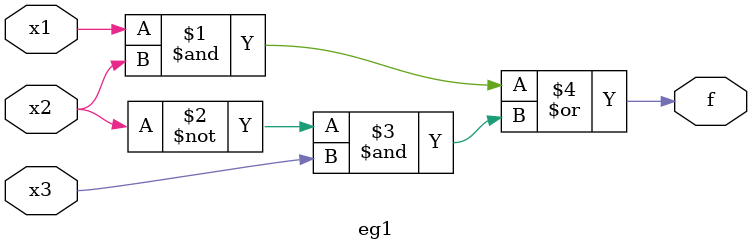
<source format=v>
module eg1(input x1, x2, x3, output f);
	assign f=(x1 & x2) | (~x2 & x3);
endmodule

</source>
